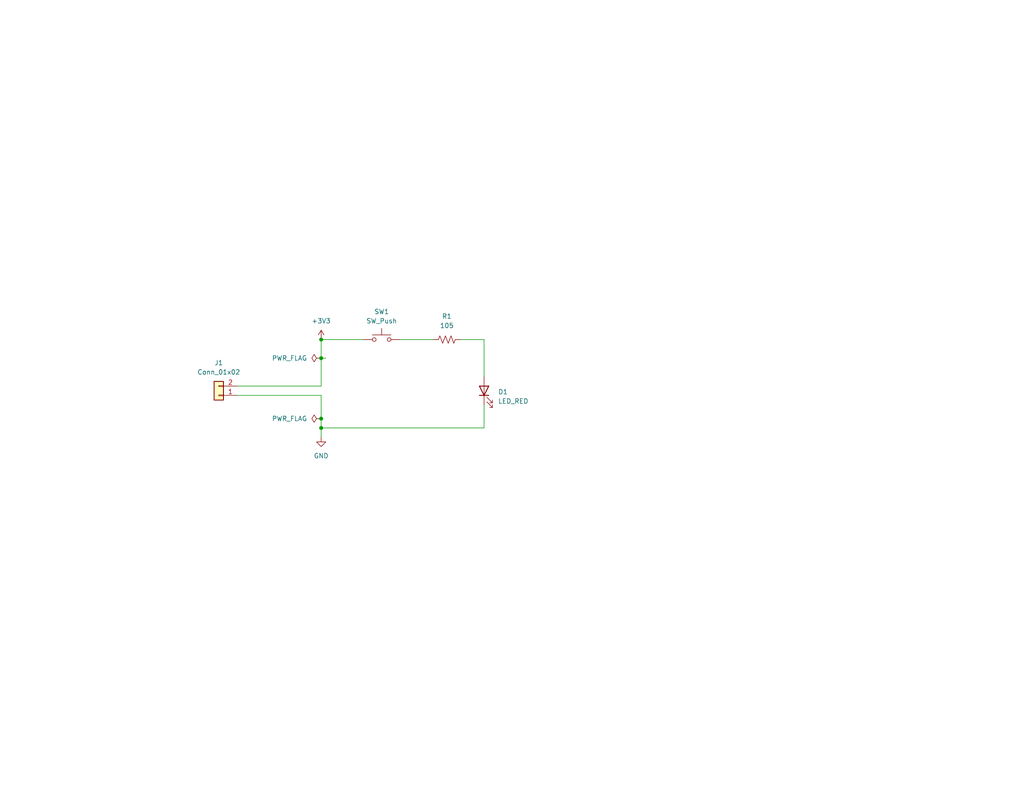
<source format=kicad_sch>
(kicad_sch (version 20231120) (generator "eeschema") (generator_version "8.0")
  (paper "USLetter")
  (title_block (title "Onboarding Project 1") (date "2025-09-16") (rev "0.0") (company "Illini Solar Car") (comment 1 "Designed By: Aditi Ashwin"))
  (lib_symbols
    (symbol "Connector_Generic:Conn_01x02" (pin_names (offset 1.016) hide)
      (property "Reference" "J" (at 0 2.54 0))
      (property "Value" "Conn_01x02" (at 0 -5.08 0))
      (symbol "Conn_01x02_1_1"
        (rectangle (start -1.27 -2.413) (end 0 -2.667) (stroke (width 0.1524)))
        (rectangle (start -1.27 0.127) (end 0 -0.127) (stroke (width 0.1524)))
        (rectangle (start -1.27 1.27) (end 1.27 -3.81) (stroke (width 0.254)) (fill (type background)))
        (pin passive line (at -5.08 0 0) (length 3.81) (name "Pin_1") (number "1"))
        (pin passive line (at -5.08 -2.54 0) (length 3.81) (name "Pin_2") (number "2"))
      )
    )
    (symbol "Device:R_US" (pin_numbers hide) (pin_names (offset 0))
      (property "Reference" "R" (at 2.54 0 90))
      (property "Value" "R_US" (at -2.54 0 90))
      (symbol "R_US_0_1"
        (polyline (pts (xy 0 -2.286) (xy 0 -2.54)))
        (polyline (pts (xy 0 2.286) (xy 0 2.54)))
        (polyline (pts (xy 0 -0.762) (xy 1.016 -1.143) (xy 0 -1.524) (xy -1.016 -1.905) (xy 0 -2.286)))
        (polyline (pts (xy 0 0.762) (xy 1.016 0.381) (xy 0 0) (xy -1.016 -0.381) (xy 0 -0.762)))
        (polyline (pts (xy 0 2.286) (xy 1.016 1.905) (xy 0 1.524) (xy -1.016 1.143) (xy 0 0.762)))
      )
      (symbol "R_US_1_1"
        (pin passive line (at 0 3.81 270) (length 1.27) (name "~") (number "1"))
        (pin passive line (at 0 -3.81 90) (length 1.27) (name "~") (number "2"))
      )
    )
    (symbol "Switch:SW_Push" (pin_numbers hide) (pin_names (offset 1.016) hide)
      (property "Reference" "SW" (at 1.27 2.54 0))
      (property "Value" "SW_Push" (at 0 -1.524 0))
      (symbol "SW_Push_0_1"
        (circle (center -2.032 0) (radius 0.508))
        (polyline (pts (xy 0 1.27) (xy 0 3.048)))
        (polyline (pts (xy 2.54 1.27) (xy -2.54 1.27)))
        (circle (center 2.032 0) (radius 0.508))
        (pin passive line (at -5.08 0 0) (length 2.54) (name "1") (number "1"))
        (pin passive line (at 5.08 0 180) (length 2.54) (name "2") (number "2"))
      )
    )
    (symbol "device:LED" (pin_numbers hide) (pin_names (offset 1.016) hide)
      (property "Reference" "D" (at 0 2.54 0))
      (property "Value" "LED" (at 0 -2.54 0))
      (symbol "LED_0_1"
        (polyline (pts (xy -1.27 -1.27) (xy -1.27 1.27)) (stroke (width 0.254)))
        (polyline (pts (xy -1.27 0) (xy 1.27 0)))
        (polyline (pts (xy 1.27 -1.27) (xy 1.27 1.27) (xy -1.27 0) (xy 1.27 -1.27)) (stroke (width 0.254)))
        (polyline (pts (xy -3.048 -0.762) (xy -4.572 -2.286) (xy -3.81 -2.286) (xy -4.572 -2.286) (xy -4.572 -1.524)))
        (polyline (pts (xy -1.778 -0.762) (xy -3.302 -2.286) (xy -2.54 -2.286) (xy -3.302 -2.286) (xy -3.302 -1.524)))
      )
      (symbol "LED_1_1"
        (pin passive line (at -3.81 0 0) (length 2.54) (name "K") (number "1"))
        (pin passive line (at 3.81 0 180) (length 2.54) (name "A") (number "2"))
      )
    )
    (symbol "power:+3V3" (power) (pin_names (offset 0))
      (property "Value" "+3V3" (at 0 3.556 0))
      (symbol "+3V3_0_1"
        (polyline (pts (xy -0.762 1.27) (xy 0 2.54)))
        (polyline (pts (xy 0 0) (xy 0 2.54)))
        (polyline (pts (xy 0 2.54) (xy 0.762 1.27)))
      )
      (symbol "+3V3_1_1"
        (pin power_in line (at 0 0 90) (length 0) hide (name "+3V3") (number "1"))
      )
    )
    (symbol "power:GND" (power) (pin_names (offset 0))
      (property "Value" "GND" (at 0 -3.81 0))
      (symbol "GND_0_1"
        (polyline (pts (xy 0 0) (xy 0 -1.27) (xy 1.27 -1.27) (xy 0 -2.54) (xy -1.27 -1.27) (xy 0 -1.27)))
      )
      (symbol "GND_1_1"
        (pin power_in line (at 0 0 270) (length 0) hide (name "GND") (number "1"))
      )
    )
    (symbol "power:PWR_FLAG" (power) (pin_numbers hide) (pin_names (offset 0) hide)
      (property "Value" "PWR_FLAG" (at 0 3.81 0))
      (symbol "PWR_FLAG_0_0"
        (pin power_out line (at 0 0 90) (length 0) (name "pwr") (number "1"))
      )
      (symbol "PWR_FLAG_0_1"
        (polyline (pts (xy 0 0) (xy 0 1.27) (xy -1.016 1.905) (xy 0 2.54) (xy 1.016 1.905) (xy 0 1.27)))
      )
    )
  )
  (junction (at 87.63 92.71))
  (junction (at 87.63 114.3))
  (junction (at 87.63 116.84))
  (junction (at 87.63 97.79))
  (wire (pts (xy 87.63 92.71) (xy 99.06 92.71)))
  (wire (pts (xy 132.08 110.49) (xy 132.08 116.84)))
  (wire (pts (xy 125.73 92.71) (xy 132.08 92.71)))
  (wire (pts (xy 87.63 92.71) (xy 87.63 97.79)))
  (wire (pts (xy 88.9 97.79) (xy 87.63 97.79)))
  (wire (pts (xy 87.63 105.41) (xy 87.63 97.79)))
  (wire (pts (xy 87.63 107.95) (xy 87.63 114.3)))
  (wire (pts (xy 109.22 92.71) (xy 118.11 92.71)))
  (wire (pts (xy 87.63 114.3) (xy 87.63 116.84)))
  (wire (pts (xy 132.08 92.71) (xy 132.08 102.87)))
  (wire (pts (xy 64.77 105.41) (xy 87.63 105.41)))
  (wire (pts (xy 87.63 116.84) (xy 87.63 119.38)))
  (wire (pts (xy 132.08 116.84) (xy 87.63 116.84)))
  (wire (pts (xy 64.77 107.95) (xy 87.63 107.95)))
  (symbol (lib_id "power:+3V3") (at 87.63 92.71 0) (unit 1)
    (property "Reference" "#PWR01" (effects (hide yes)))
    (property "Value" "+3V3" (at 87.63 87.63 0))
    (property "Description" "Power symbol creates a global label with name \"+3V3\"" (effects (hide yes)))
  )
  (symbol (lib_id "power:GND") (at 87.63 119.38 0) (unit 1)
    (property "Reference" "#PWR02" (effects (hide yes)))
    (property "Value" "GND" (at 87.63 124.46 0))
    (property "Description" "Power symbol creates a global label with name \"GND\" , ground" (effects (hide yes)))
  )
  (symbol (lib_id "Switch:SW_Push") (at 104.14 92.71 0) (unit 1)
    (property "Reference" "SW1" (at 104.14 85.09 0))
    (property "Value" "SW_Push" (at 104.14 87.63 0))
    (property "Footprint" "Button_Switch_SMD:SW_DIP_SPSTx01_Slide_6.7x4.1mm_W8.61mm_P2.54mm_LowProfile" (effects (hide yes)))
    (property "Datasheet" "https://www.youtube.com/redirect?event=video_description&redir_token=QUFFLUhqbm84cVphSTFtcGpVdWZXVlFrbmI3YzRGNzBDd3xBQ3Jtc0tsSHdoMlRDaXZnVWl2VktXaUNoMlhZMmZhR0JIM19WOTN0NE5BbGd5Mm1pTmJwc3ZRTnBrWngxTGRXa0trVWJHZkE0SUw0MGYzZmdvd2ZYVUtnNUhKdXc2XzE3MUlrb0xBcjMzX211M3JJUmlmV0VxSQ&q=https%3A%2F%2Fwww.digikey.com%2Fproduct-detail%2Fen%2Fte-connectivity-alcoswitch-switches%2F1825910-6%2F450-1650-ND%2F1632536%3Futm_adgroup%3DSupplier_TE%26utm_source%3Dgoogle%26utm_medium%3Dcpc%26utm_campaign%3DEN_Product_SKU_MBR%26utm_term%3D%252B1825910-6%26utm_content%3DSupplier_TE%26gclid%3DCj0KCQjwp4j6BRCRARIsAGq4yMGhBEsv1v5KcRzgW34aOMlPkoRB4A-7BCN08FfGaiq_Dk_nlKJ0QU8aAhZPEALw_wcB&v=MJEWDFNcRlM" (effects (hide yes)))
    (property "Description" "Push button switch, generic, two pins" (effects (hide yes)))
    (property "MPN" "1825910-6" (effects (hide yes)))
  )
  (symbol (lib_id "Device:R_US") (at 121.92 92.71 90) (unit 1)
    (property "Reference" "R1" (at 121.92 86.36 90))
    (property "Value" "105" (at 121.92 88.9 90))
    (property "Footprint" "Resistor_SMD:R_0603_1608Metric_Pad0.98x0.95mm_HandSolder" (effects (hide yes)))
    (property "Description" "Resistor, US symbol" (effects (hide yes)))
  )
  (symbol (lib_id "device:LED") (at 132.08 106.68 90) (unit 1)
    (property "Reference" "D1" (at 135.89 106.9974 90) (effects (justify right)))
    (property "Value" "LED_RED" (at 135.89 109.5374 90) (effects (justify right)))
    (property "Footprint" "layout:LED_0603_Symbol_on_F.SilkS" (effects (hide yes)))
    (property "Description" "Light emitting diode" (effects (hide yes)))
  )
  (symbol (lib_id "power:PWR_FLAG") (at 87.63 114.3 90) (unit 1)
    (property "Reference" "#FLG02" (effects (hide yes)))
    (property "Value" "PWR_FLAG" (at 83.82 114.2999 90) (effects (justify left)))
    (property "Description" "Special symbol for telling ERC where power comes from" (effects (hide yes)))
  )
  (symbol (lib_id "power:PWR_FLAG") (at 87.63 97.79 90) (unit 1)
    (property "Reference" "#FLG01" (effects (hide yes)))
    (property "Value" "PWR_FLAG" (at 83.82 97.7899 90) (effects (justify left)))
    (property "Description" "Special symbol for telling ERC where power comes from" (effects (hide yes)))
  )
  (symbol (lib_id "Connector_Generic:Conn_01x02") (at 59.69 107.95 180) (unit 1)
    (property "Reference" "J1" (at 59.69 99.06 0))
    (property "Value" "Conn_01x02" (at 59.69 101.6 0))
    (property "Footprint" "Connector_Molex:Molex_KK-254_AE-6410-02A_1x02_P2.54mm_Vertical" (effects (hide yes)))
    (property "Datasheet" "https://www.youtube.com/redirect?event=video_description&redir_token=QUFFLUhqbk9GUWV0Sy1qSy1BbDNTaks0cEViX1BWaU9Gd3xBQ3Jtc0tta01pRmNWcHFNaUdwQ3poVEdnUFY2WElXVVdnMFJ4MTlJU0EyM0k3b3YycXVFeUJPVlJSTEdrRFRpRGE5UkdCTi15aHlKVlhlRW9LQmtxOWFFY3g4TzhOd2JZdTU3YTFRblhOYjZyVng2bW9KU0Q4bw&q=https%3A%2F%2Fwww.molex.com%2Fpdm_docs%2Fsd%2F022272021_sd.pdf&v=MJEWDFNcRlM" (effects (hide yes)))
    (property "Description" "Generic connector, single row, 01x02, script generated (kicad-library-utils/schlib/autogen/connector/)" (effects (hide yes)))
    (property "MPN" "022272021" (effects (hide yes)))
  )
)
</source>
